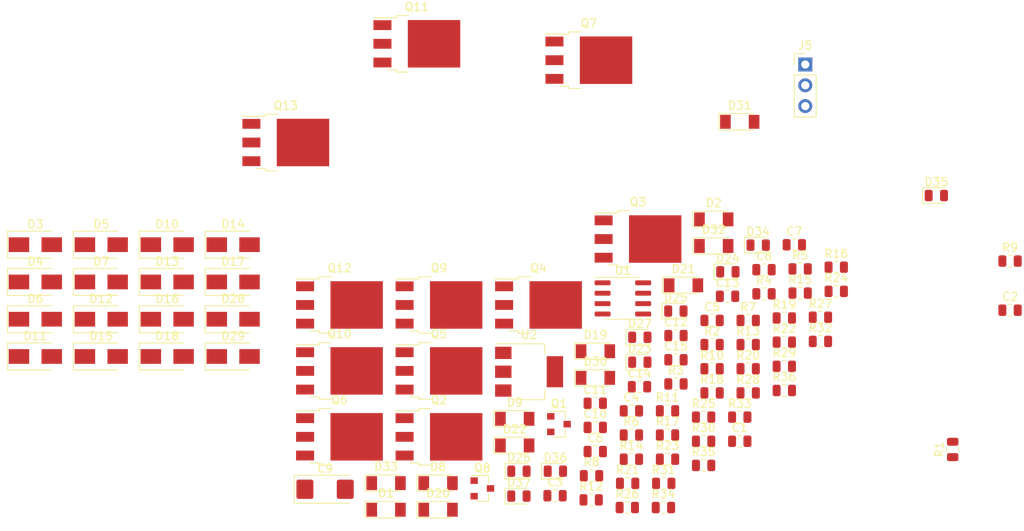
<source format=kicad_pcb>
(kicad_pcb (version 20171130) (host pcbnew "(5.1.4-0-10_14)")
  (title_block (title PowerUnit) (date 2019-12-03) (rev A) (comment 2 "Apache License 2.0") (comment 3 https://github.com/JacobNeergaard/powerunit/) (comment 4 "Power distribution unit for race cars"))
  (layers (0 F.Cu signal) (31 B.Cu signal) (34 B.Paste user) (35 F.Paste user) (36 B.SilkS user) (37 F.SilkS user) (38 B.Mask user) (39 F.Mask user) (44 Edge.Cuts user))
  (net 0 "")
  (net 1 GND)
  (net 2 "Net-(C1-Pad1)")
  (net 3 /MCU_IN_LEFT)
  (net 4 /MCU_IN_RIGHT)
  (net 5 +5V)
  (net 6 "Net-(C5-Pad1)")
  (net 7 "Net-(C6-Pad1)")
  (net 8 "Net-(C7-Pad1)")
  (net 9 "Net-(C8-Pad1)")
  (net 10 /PWD_LIGHT)
  (net 11 "Net-(C10-Pad1)")
  (net 12 "Net-(C11-Pad1)")
  (net 13 "Net-(C12-Pad1)")
  (net 14 "Net-(C13-Pad1)")
  (net 15 "Net-(D8-Pad2)")
  (net 16 /PWD_MISC)
  (net 17 "Net-(D19-Pad1)")
  (net 18 /PWD_AUX)
  (net 19 "Net-(D20-Pad1)")
  (net 20 /PWD_FAN)
  (net 21 "Net-(D21-Pad1)")
  (net 22 "Net-(D22-Pad1)")
  (net 23 "Net-(D23-Pad1)")
  (net 24 +12V)
  (net 25 "Net-(D30-Pad1)")
  (net 26 /PWD_INJECT)
  (net 27 "Net-(D31-Pad1)")
  (net 28 /PWD_IGN)
  (net 29 "Net-(D32-Pad1)")
  (net 30 /PWD_FUEL)
  (net 31 "Net-(D33-Pad1)")
  (net 32 "Net-(Q1-Pad3)")
  (net 33 "Net-(Q1-Pad1)")
  (net 34 /OUT_LEFT)
  (net 35 /OUT_INJECT)
  (net 36 /OUT_AUX)
  (net 37 /OUT_RAIN)
  (net 38 /OUT_BRAKE_A)
  (net 39 /OUT_FAN)
  (net 40 "Net-(Q8-Pad3)")
  (net 41 "Net-(Q8-Pad1)")
  (net 42 /OUT_RIGHT)
  (net 43 /OUT_IGN)
  (net 44 /OUT_FUEL)
  (net 45 /OUT_LIGHT)
  (net 46 /OUT_BRAKE_B)
  (net 47 /IN_LEFT)
  (net 48 /IN_RIGHT)
  (net 49 /MCU_OUT_LEFT)
  (net 50 /SWIM)
  (net 51 /MCU_OUT_RIGHT)
  (net 52 /PWD_ECU)
  (module erp:D_SMA (layer F.Cu) (at 143.15 109.65)
    (fp_text reference D29 (at 0 -2.5) (layer F.SilkS))
    (fp_text value SMA6F15AY)
    (pad 2 smd rect (at 2 0) (size 2.5 1.8) (layers F.Cu F.Paste F.Mask) (net 1 GND))
    (pad 1 smd rect (at -2 0) (size 2.5 1.8) (layers F.Cu F.Paste F.Mask) (net 52 /PWD_ECU))
  )
  (module erp:D_SMA (layer F.Cu) (at 143.15 105.1)
    (fp_text reference D28 (at 0 -2.5) (layer F.SilkS))
    (fp_text value SMA6F15AY)
    (pad 2 smd rect (at 2 0) (size 2.5 1.8) (layers F.Cu F.Paste F.Mask) (net 1 GND))
    (pad 1 smd rect (at -2 0) (size 2.5 1.8) (layers F.Cu F.Paste F.Mask) (net 24 +12V))
  )
  (module erp:D_SMA (layer F.Cu) (at 135.1 109.65)
    (fp_text reference D18 (at 0 -2.5) (layer F.SilkS))
    (fp_text value SMA6F15AY)
    (pad 2 smd rect (at 2 0) (size 2.5 1.8) (layers F.Cu F.Paste F.Mask) (net 1 GND))
    (pad 1 smd rect (at -2 0) (size 2.5 1.8) (layers F.Cu F.Paste F.Mask) (net 20 /PWD_FAN))
  )
  (module erp:D_SMA (layer F.Cu) (at 143.15 100.55)
    (fp_text reference D17 (at 0 -2.5) (layer F.SilkS))
    (fp_text value SMA6F15AY)
    (pad 2 smd rect (at 2 0) (size 2.5 1.8) (layers F.Cu F.Paste F.Mask) (net 1 GND))
    (pad 1 smd rect (at -2 0) (size 2.5 1.8) (layers F.Cu F.Paste F.Mask) (net 18 /PWD_AUX))
  )
  (module erp:D_SMA (layer F.Cu) (at 135.1 105.1)
    (fp_text reference D16 (at 0 -2.5) (layer F.SilkS))
    (fp_text value SMA6F15AY)
    (pad 2 smd rect (at 2 0) (size 2.5 1.8) (layers F.Cu F.Paste F.Mask) (net 1 GND))
    (pad 1 smd rect (at -2 0) (size 2.5 1.8) (layers F.Cu F.Paste F.Mask) (net 16 /PWD_MISC))
  )
  (module erp:D_SMA (layer F.Cu) (at 127.05 109.65)
    (fp_text reference D15 (at 0 -2.5) (layer F.SilkS))
    (fp_text value SMA6F15AY)
    (pad 2 smd rect (at 2 0) (size 2.5 1.8) (layers F.Cu F.Paste F.Mask) (net 1 GND))
    (pad 1 smd rect (at -2 0) (size 2.5 1.8) (layers F.Cu F.Paste F.Mask) (net 46 /OUT_BRAKE_B))
  )
  (module erp:D_SMA (layer F.Cu) (at 143.15 96)
    (fp_text reference D14 (at 0 -2.5) (layer F.SilkS))
    (fp_text value SMA6F15AY)
    (pad 2 smd rect (at 2 0) (size 2.5 1.8) (layers F.Cu F.Paste F.Mask) (net 1 GND))
    (pad 1 smd rect (at -2 0) (size 2.5 1.8) (layers F.Cu F.Paste F.Mask) (net 45 /OUT_LIGHT))
  )
  (module erp:D_SMA (layer F.Cu) (at 135.1 100.55)
    (fp_text reference D13 (at 0 -2.5) (layer F.SilkS))
    (fp_text value SMA6F15AY)
    (pad 2 smd rect (at 2 0) (size 2.5 1.8) (layers F.Cu F.Paste F.Mask) (net 1 GND))
    (pad 1 smd rect (at -2 0) (size 2.5 1.8) (layers F.Cu F.Paste F.Mask) (net 44 /OUT_FUEL))
  )
  (module erp:D_SMA (layer F.Cu) (at 127.05 105.1)
    (fp_text reference D12 (at 0 -2.5) (layer F.SilkS))
    (fp_text value SMA6F15AY)
    (pad 2 smd rect (at 2 0) (size 2.5 1.8) (layers F.Cu F.Paste F.Mask) (net 1 GND))
    (pad 1 smd rect (at -2 0) (size 2.5 1.8) (layers F.Cu F.Paste F.Mask) (net 43 /OUT_IGN))
  )
  (module erp:D_SMA (layer F.Cu) (at 119 109.65)
    (fp_text reference D11 (at 0 -2.5) (layer F.SilkS))
    (fp_text value SMA6F15AY)
    (pad 2 smd rect (at 2 0) (size 2.5 1.8) (layers F.Cu F.Paste F.Mask) (net 1 GND))
    (pad 1 smd rect (at -2 0) (size 2.5 1.8) (layers F.Cu F.Paste F.Mask) (net 42 /OUT_RIGHT))
  )
  (module erp:D_SMA (layer F.Cu) (at 135.1 96)
    (fp_text reference D10 (at 0 -2.5) (layer F.SilkS))
    (fp_text value SMA6F15AY)
    (pad 2 smd rect (at 2 0) (size 2.5 1.8) (layers F.Cu F.Paste F.Mask) (net 1 GND))
    (pad 1 smd rect (at -2 0) (size 2.5 1.8) (layers F.Cu F.Paste F.Mask) (net 39 /OUT_FAN))
  )
  (module erp:D_SMA (layer F.Cu) (at 127.05 100.55)
    (fp_text reference D7 (at 0 -2.5) (layer F.SilkS))
    (fp_text value SMA6F15AY)
    (pad 2 smd rect (at 2 0) (size 2.5 1.8) (layers F.Cu F.Paste F.Mask) (net 1 GND))
    (pad 1 smd rect (at -2 0) (size 2.5 1.8) (layers F.Cu F.Paste F.Mask) (net 38 /OUT_BRAKE_A))
  )
  (module erp:D_SMA (layer F.Cu) (at 119 105.1)
    (fp_text reference D6 (at 0 -2.5) (layer F.SilkS))
    (fp_text value SMA6F15AY)
    (pad 2 smd rect (at 2 0) (size 2.5 1.8) (layers F.Cu F.Paste F.Mask) (net 1 GND))
    (pad 1 smd rect (at -2 0) (size 2.5 1.8) (layers F.Cu F.Paste F.Mask) (net 37 /OUT_RAIN))
  )
  (module erp:D_SMA (layer F.Cu) (at 127.05 96)
    (fp_text reference D5 (at 0 -2.5) (layer F.SilkS))
    (fp_text value SMA6F15AY)
    (pad 2 smd rect (at 2 0) (size 2.5 1.8) (layers F.Cu F.Paste F.Mask) (net 1 GND))
    (pad 1 smd rect (at -2 0) (size 2.5 1.8) (layers F.Cu F.Paste F.Mask) (net 36 /OUT_AUX))
  )
  (module erp:D_SMA (layer F.Cu) (at 119 100.55)
    (fp_text reference D4 (at 0 -2.5) (layer F.SilkS))
    (fp_text value SMA6F15AY)
    (pad 2 smd rect (at 2 0) (size 2.5 1.8) (layers F.Cu F.Paste F.Mask) (net 1 GND))
    (pad 1 smd rect (at -2 0) (size 2.5 1.8) (layers F.Cu F.Paste F.Mask) (net 35 /OUT_INJECT))
  )
  (module erp:D_SMA (layer F.Cu) (at 119 96)
    (fp_text reference D3 (at 0 -2.5) (layer F.SilkS))
    (fp_text value SMA6F15AY)
    (pad 2 smd rect (at 2 0) (size 2.5 1.8) (layers F.Cu F.Paste F.Mask) (net 1 GND))
    (pad 1 smd rect (at -2 0) (size 2.5 1.8) (layers F.Cu F.Paste F.Mask) (net 34 /OUT_LEFT))
  )
  (module erp:PinHeader_1x03_P2.54mm_Vertical (layer F.Cu) (at 213 74)
    (fp_text reference J5 (at 0 -2.33) (layer F.SilkS))
    (fp_text value CON-3)
    (pad 3 thru_hole oval (at 0 5.08) (size 1.7 1.7) (drill 1) (layers *.Cu *.Mask) (net 5 +5V))
    (pad 2 thru_hole oval (at 0 2.54) (size 1.7 1.7) (drill 1) (layers *.Cu *.Mask) (net 50 /SWIM))
    (pad 1 thru_hole rect (at 0 0) (size 1.7 1.7) (drill 1) (layers *.Cu *.Mask) (net 1 GND))
  )
  (module erp:SOT-223-3_TabPin2 (layer F.Cu) (at 179.28 111.51)
    (fp_text reference U2 (at 0 -4.5) (layer F.SilkS))
    (fp_text value L5150BN)
    (pad 1 smd rect (at -3.15 -2.3) (size 2 1.5) (layers F.Cu F.Paste F.Mask) (net 10 /PWD_LIGHT))
    (pad 3 smd rect (at -3.15 2.3) (size 2 1.5) (layers F.Cu F.Paste F.Mask) (net 5 +5V))
    (pad 2 smd rect (at -3.15 0) (size 2 1.5) (layers F.Cu F.Paste F.Mask) (net 1 GND))
    (pad 2 smd rect (at 3.15 0) (size 2 3.8) (layers F.Cu F.Paste F.Mask) (net 1 GND))
  )
  (module erp:SOIC-8_3.9x4.9mm_P1.27mm (layer F.Cu) (at 190.73 102.56)
    (fp_text reference U1 (at 0 -3.4) (layer F.SilkS))
    (fp_text value STM8S001J3M3)
    (pad 8 smd roundrect (at 2.475 -1.905) (size 1.95 0.6) (layers F.Cu F.Paste F.Mask) (net 50 /SWIM))
    (pad 7 smd roundrect (at 2.475 -0.635) (size 1.95 0.6) (layers F.Cu F.Paste F.Mask) (net 51 /MCU_OUT_RIGHT))
    (pad 6 smd roundrect (at 2.475 0.635) (size 1.95 0.6) (layers F.Cu F.Paste F.Mask) (net 4 /MCU_IN_RIGHT))
    (pad 5 smd roundrect (at 2.475 1.905) (size 1.95 0.6) (layers F.Cu F.Paste F.Mask) (net 3 /MCU_IN_LEFT))
    (pad 4 smd roundrect (at -2.475 1.905) (size 1.95 0.6) (layers F.Cu F.Paste F.Mask) (net 5 +5V))
    (pad 3 smd roundrect (at -2.475 0.635) (size 1.95 0.6) (layers F.Cu F.Paste F.Mask) (net 2 "Net-(C1-Pad1)"))
    (pad 2 smd roundrect (at -2.475 -0.635) (size 1.95 0.6) (layers F.Cu F.Paste F.Mask) (net 1 GND))
    (pad 1 smd roundrect (at -2.475 -1.905) (size 1.95 0.6) (layers F.Cu F.Paste F.Mask) (net 49 /MCU_OUT_LEFT))
  )
  (module erp:R_0805_2012Metric (layer F.Cu) (at 210.44 113.8)
    (fp_text reference R36 (at 0 -1.65) (layer F.SilkS))
    (fp_text value 2.2k)
    (pad 2 smd roundrect (at 0.9375 0) (size 0.975 1.4) (layers F.Cu F.Paste F.Mask) (net 1 GND))
    (pad 1 smd roundrect (at -0.9375 0) (size 0.975 1.4) (layers F.Cu F.Paste F.Mask) (net 31 "Net-(D33-Pad1)"))
  )
  (module erp:R_0805_2012Metric (layer F.Cu) (at 200.59 122.95)
    (fp_text reference R35 (at 0 -1.65) (layer F.SilkS))
    (fp_text value 2.2k)
    (pad 2 smd roundrect (at 0.9375 0) (size 0.975 1.4) (layers F.Cu F.Paste F.Mask) (net 1 GND))
    (pad 1 smd roundrect (at -0.9375 0) (size 0.975 1.4) (layers F.Cu F.Paste F.Mask) (net 29 "Net-(D32-Pad1)"))
  )
  (module erp:R_0805_2012Metric (layer F.Cu) (at 195.68 128.09)
    (fp_text reference R34 (at 0 -1.65) (layer F.SilkS))
    (fp_text value 2.2k)
    (pad 2 smd roundrect (at 0.9375 0) (size 0.975 1.4) (layers F.Cu F.Paste F.Mask) (net 1 GND))
    (pad 1 smd roundrect (at -0.9375 0) (size 0.975 1.4) (layers F.Cu F.Paste F.Mask) (net 27 "Net-(D31-Pad1)"))
  )
  (module erp:R_0805_2012Metric (layer F.Cu) (at 205 117.05)
    (fp_text reference R33 (at 0 -1.65) (layer F.SilkS))
    (fp_text value 2.2k)
    (pad 2 smd roundrect (at 0.9375 0) (size 0.975 1.4) (layers F.Cu F.Paste F.Mask) (net 1 GND))
    (pad 1 smd roundrect (at -0.9375 0) (size 0.975 1.4) (layers F.Cu F.Paste F.Mask) (net 25 "Net-(D30-Pad1)"))
  )
  (module erp:R_0805_2012Metric (layer F.Cu) (at 214.85 107.81)
    (fp_text reference R32 (at 0 -1.65) (layer F.SilkS))
    (fp_text value 2.2k)
    (pad 2 smd roundrect (at 0.9375 0) (size 0.975 1.4) (layers F.Cu F.Paste F.Mask) (net 1 GND))
    (pad 1 smd roundrect (at -0.9375 0) (size 0.975 1.4) (layers F.Cu F.Paste F.Mask) (net 22 "Net-(D22-Pad1)"))
  )
  (module erp:R_0805_2012Metric (layer F.Cu) (at 195.72 125.14)
    (fp_text reference R31 (at 0 -1.65) (layer F.SilkS))
    (fp_text value 2.2k)
    (pad 2 smd roundrect (at 0.9375 0) (size 0.975 1.4) (layers F.Cu F.Paste F.Mask) (net 1 GND))
    (pad 1 smd roundrect (at -0.9375 0) (size 0.975 1.4) (layers F.Cu F.Paste F.Mask) (net 21 "Net-(D21-Pad1)"))
  )
  (module erp:R_0805_2012Metric (layer F.Cu) (at 200.59 120)
    (fp_text reference R30 (at 0 -1.65) (layer F.SilkS))
    (fp_text value 2.2k)
    (pad 2 smd roundrect (at 0.9375 0) (size 0.975 1.4) (layers F.Cu F.Paste F.Mask) (net 1 GND))
    (pad 1 smd roundrect (at -0.9375 0) (size 0.975 1.4) (layers F.Cu F.Paste F.Mask) (net 19 "Net-(D20-Pad1)"))
  )
  (module erp:R_0805_2012Metric (layer F.Cu) (at 210.44 110.85)
    (fp_text reference R29 (at 0 -1.65) (layer F.SilkS))
    (fp_text value 2.2k)
    (pad 2 smd roundrect (at 0.9375 0) (size 0.975 1.4) (layers F.Cu F.Paste F.Mask) (net 1 GND))
    (pad 1 smd roundrect (at -0.9375 0) (size 0.975 1.4) (layers F.Cu F.Paste F.Mask) (net 17 "Net-(D19-Pad1)"))
  )
  (module erp:R_0805_2012Metric (layer F.Cu) (at 206.03 114.1)
    (fp_text reference R28 (at 0 -1.65) (layer F.SilkS))
    (fp_text value 560)
    (pad 2 smd roundrect (at 0.9375 0) (size 0.975 1.4) (layers F.Cu F.Paste F.Mask) (net 1 GND))
    (pad 1 smd roundrect (at -0.9375 0) (size 0.975 1.4) (layers F.Cu F.Paste F.Mask) (net 23 "Net-(D23-Pad1)"))
  )
  (module erp:R_0805_2012Metric (layer F.Cu) (at 214.85 104.86)
    (fp_text reference R27 (at 0 -1.65) (layer F.SilkS))
    (fp_text value 2.2k)
    (pad 2 smd roundrect (at 0.9375 0) (size 0.975 1.4) (layers F.Cu F.Paste F.Mask) (net 14 "Net-(C13-Pad1)"))
    (pad 1 smd roundrect (at -0.9375 0) (size 0.975 1.4) (layers F.Cu F.Paste F.Mask) (net 16 /PWD_MISC))
  )
  (module erp:R_0805_2012Metric (layer F.Cu) (at 191.27 128.09)
    (fp_text reference R26 (at 0 -1.65) (layer F.SilkS))
    (fp_text value 2.2k)
    (pad 2 smd roundrect (at 0.9375 0) (size 0.975 1.4) (layers F.Cu F.Paste F.Mask) (net 13 "Net-(C12-Pad1)"))
    (pad 1 smd roundrect (at -0.9375 0) (size 0.975 1.4) (layers F.Cu F.Paste F.Mask) (net 10 /PWD_LIGHT))
  )
  (module erp:R_0805_2012Metric (layer F.Cu) (at 200.59 117.05)
    (fp_text reference R25 (at 0 -1.65) (layer F.SilkS))
    (fp_text value 2.2k)
    (pad 2 smd roundrect (at 0.9375 0) (size 0.975 1.4) (layers F.Cu F.Paste F.Mask) (net 12 "Net-(C11-Pad1)"))
    (pad 1 smd roundrect (at -0.9375 0) (size 0.975 1.4) (layers F.Cu F.Paste F.Mask) (net 30 /PWD_FUEL))
  )
  (module erp:R_0805_2012Metric (layer F.Cu) (at 216.78 101.7)
    (fp_text reference R24 (at 0 -1.65) (layer F.SilkS))
    (fp_text value 2.2k)
    (pad 2 smd roundrect (at 0.9375 0) (size 0.975 1.4) (layers F.Cu F.Paste F.Mask) (net 11 "Net-(C10-Pad1)"))
    (pad 1 smd roundrect (at -0.9375 0) (size 0.975 1.4) (layers F.Cu F.Paste F.Mask) (net 28 /PWD_IGN))
  )
  (module erp:R_0805_2012Metric (layer F.Cu) (at 196.18 122.19)
    (fp_text reference R23 (at 0 -1.65) (layer F.SilkS))
    (fp_text value 820)
    (pad 2 smd roundrect (at 0.9375 0) (size 0.975 1.4) (layers F.Cu F.Paste F.Mask))
    (pad 1 smd roundrect (at -0.9375 0) (size 0.975 1.4) (layers F.Cu F.Paste F.Mask) (net 13 "Net-(C12-Pad1)"))
  )
  (module erp:R_0805_2012Metric (layer F.Cu) (at 210.44 107.9)
    (fp_text reference R22 (at 0 -1.65) (layer F.SilkS))
    (fp_text value 820)
    (pad 2 smd roundrect (at 0.9375 0) (size 0.975 1.4) (layers F.Cu F.Paste F.Mask))
    (pad 1 smd roundrect (at -0.9375 0) (size 0.975 1.4) (layers F.Cu F.Paste F.Mask) (net 12 "Net-(C11-Pad1)"))
  )
  (module erp:R_0805_2012Metric (layer F.Cu) (at 191.31 125.14)
    (fp_text reference R21 (at 0 -1.65) (layer F.SilkS))
    (fp_text value 820)
    (pad 2 smd roundrect (at 0.9375 0) (size 0.975 1.4) (layers F.Cu F.Paste F.Mask))
    (pad 1 smd roundrect (at -0.9375 0) (size 0.975 1.4) (layers F.Cu F.Paste F.Mask) (net 11 "Net-(C10-Pad1)"))
  )
  (module erp:R_0805_2012Metric (layer F.Cu) (at 206.03 111.15)
    (fp_text reference R20 (at 0 -1.65) (layer F.SilkS))
    (fp_text value 2.2k)
    (pad 2 smd roundrect (at 0.9375 0) (size 0.975 1.4) (layers F.Cu F.Paste F.Mask) (net 40 "Net-(Q8-Pad3)"))
    (pad 1 smd roundrect (at -0.9375 0) (size 0.975 1.4) (layers F.Cu F.Paste F.Mask) (net 10 /PWD_LIGHT))
  )
  (module erp:R_0805_2012Metric (layer F.Cu) (at 210.44 104.95)
    (fp_text reference R19 (at 0 -1.65) (layer F.SilkS))
    (fp_text value 2.2k)
    (pad 2 smd roundrect (at 0.9375 0) (size 0.975 1.4) (layers F.Cu F.Paste F.Mask) (net 9 "Net-(C8-Pad1)"))
    (pad 1 smd roundrect (at -0.9375 0) (size 0.975 1.4) (layers F.Cu F.Paste F.Mask) (net 20 /PWD_FAN))
  )
  (module erp:R_0805_2012Metric (layer F.Cu) (at 201.62 114.1)
    (fp_text reference R18 (at 0 -1.65) (layer F.SilkS))
    (fp_text value 820)
    (pad 2 smd roundrect (at 0.9375 0) (size 0.975 1.4) (layers F.Cu F.Paste F.Mask) (net 51 /MCU_OUT_RIGHT))
    (pad 1 smd roundrect (at -0.9375 0) (size 0.975 1.4) (layers F.Cu F.Paste F.Mask) (net 41 "Net-(Q8-Pad1)"))
  )
  (module erp:R_0805_2012Metric (layer F.Cu) (at 196.18 119.24)
    (fp_text reference R17 (at 0 -1.65) (layer F.SilkS))
    (fp_text value 820)
    (pad 2 smd roundrect (at 0.9375 0) (size 0.975 1.4) (layers F.Cu F.Paste F.Mask) (net 15 "Net-(D8-Pad2)"))
    (pad 1 smd roundrect (at -0.9375 0) (size 0.975 1.4) (layers F.Cu F.Paste F.Mask) (net 9 "Net-(C8-Pad1)"))
  )
  (module erp:R_0805_2012Metric (layer F.Cu) (at 216.78 98.75)
    (fp_text reference R16 (at 0 -1.65) (layer F.SilkS))
    (fp_text value 2.2k)
    (pad 2 smd roundrect (at 0.9375 0) (size 0.975 1.4) (layers F.Cu F.Paste F.Mask) (net 8 "Net-(C7-Pad1)"))
    (pad 1 smd roundrect (at -0.9375 0) (size 0.975 1.4) (layers F.Cu F.Paste F.Mask) (net 16 /PWD_MISC))
  )
  (module erp:R_0805_2012Metric (layer F.Cu) (at 212.37 101.91)
    (fp_text reference R15 (at 0 -1.65) (layer F.SilkS))
    (fp_text value 2.2k)
    (pad 2 smd roundrect (at 0.9375 0) (size 0.975 1.4) (layers F.Cu F.Paste F.Mask) (net 7 "Net-(C6-Pad1)"))
    (pad 1 smd roundrect (at -0.9375 0) (size 0.975 1.4) (layers F.Cu F.Paste F.Mask) (net 18 /PWD_AUX))
  )
  (module erp:R_0805_2012Metric (layer F.Cu) (at 191.77 122.19)
    (fp_text reference R14 (at 0 -1.65) (layer F.SilkS))
    (fp_text value 2.2k)
    (pad 2 smd roundrect (at 0.9375 0) (size 0.975 1.4) (layers F.Cu F.Paste F.Mask) (net 6 "Net-(C5-Pad1)"))
    (pad 1 smd roundrect (at -0.9375 0) (size 0.975 1.4) (layers F.Cu F.Paste F.Mask) (net 26 /PWD_INJECT))
  )
  (module erp:R_0805_2012Metric (layer F.Cu) (at 206.03 108.2)
    (fp_text reference R13 (at 0 -1.65) (layer F.SilkS))
    (fp_text value 1k)
    (pad 2 smd roundrect (at 0.9375 0) (size 0.975 1.4) (layers F.Cu F.Paste F.Mask) (net 51 /MCU_OUT_RIGHT))
    (pad 1 smd roundrect (at -0.9375 0) (size 0.975 1.4) (layers F.Cu F.Paste F.Mask) (net 1 GND))
  )
  (module erp:R_0805_2012Metric (layer F.Cu) (at 186.86 127.16)
    (fp_text reference R12 (at 0 -1.65) (layer F.SilkS))
    (fp_text value 820)
    (pad 2 smd roundrect (at 0.9375 0) (size 0.975 1.4) (layers F.Cu F.Paste F.Mask))
    (pad 1 smd roundrect (at -0.9375 0) (size 0.975 1.4) (layers F.Cu F.Paste F.Mask) (net 14 "Net-(C13-Pad1)"))
  )
  (module erp:R_0805_2012Metric (layer F.Cu) (at 196.18 116.29)
    (fp_text reference R11 (at 0 -1.65) (layer F.SilkS))
    (fp_text value 820)
    (pad 2 smd roundrect (at 0.9375 0) (size 0.975 1.4) (layers F.Cu F.Paste F.Mask))
    (pad 1 smd roundrect (at -0.9375 0) (size 0.975 1.4) (layers F.Cu F.Paste F.Mask) (net 8 "Net-(C7-Pad1)"))
  )
  (module erp:R_0805_2012Metric (layer F.Cu) (at 201.62 111.15)
    (fp_text reference R10 (at 0 -1.65) (layer F.SilkS))
    (fp_text value 820)
    (pad 2 smd roundrect (at 0.9375 0) (size 0.975 1.4) (layers F.Cu F.Paste F.Mask))
    (pad 1 smd roundrect (at -0.9375 0) (size 0.975 1.4) (layers F.Cu F.Paste F.Mask) (net 7 "Net-(C6-Pad1)"))
  )
  (module erp:R_0805_2012Metric (layer F.Cu) (at 238 98)
    (fp_text reference R9 (at 0 -1.65) (layer F.SilkS))
    (fp_text value 820)
    (pad 2 smd roundrect (at 0.9375 0) (size 0.975 1.4) (layers F.Cu F.Paste F.Mask))
    (pad 1 smd roundrect (at -0.9375 0) (size 0.975 1.4) (layers F.Cu F.Paste F.Mask) (net 6 "Net-(C5-Pad1)"))
  )
  (module erp:R_0805_2012Metric (layer F.Cu) (at 186.9 124.21)
    (fp_text reference R8 (at 0 -1.65) (layer F.SilkS))
    (fp_text value 2.2k)
    (pad 2 smd roundrect (at 0.9375 0) (size 0.975 1.4) (layers F.Cu F.Paste F.Mask) (net 32 "Net-(Q1-Pad3)"))
    (pad 1 smd roundrect (at -0.9375 0) (size 0.975 1.4) (layers F.Cu F.Paste F.Mask) (net 10 /PWD_LIGHT))
  )
  (module erp:R_0805_2012Metric (layer F.Cu) (at 206.03 105.25)
    (fp_text reference R7 (at 0 -1.65) (layer F.SilkS))
    (fp_text value 820)
    (pad 2 smd roundrect (at 0.9375 0) (size 0.975 1.4) (layers F.Cu F.Paste F.Mask) (net 49 /MCU_OUT_LEFT))
    (pad 1 smd roundrect (at -0.9375 0) (size 0.975 1.4) (layers F.Cu F.Paste F.Mask) (net 33 "Net-(Q1-Pad1)"))
  )
  (module erp:R_0805_2012Metric (layer F.Cu) (at 191.77 119.24)
    (fp_text reference R6 (at 0 -1.65) (layer F.SilkS))
    (fp_text value 1k)
    (pad 2 smd roundrect (at 0.9375 0) (size 0.975 1.4) (layers F.Cu F.Paste F.Mask) (net 1 GND))
    (pad 1 smd roundrect (at -0.9375 0) (size 0.975 1.4) (layers F.Cu F.Paste F.Mask) (net 50 /SWIM))
  )
  (module erp:R_0805_2012Metric (layer F.Cu) (at 212.37 98.96)
    (fp_text reference R5 (at 0 -1.65) (layer F.SilkS))
    (fp_text value 1k)
    (pad 2 smd roundrect (at 0.9375 0) (size 0.975 1.4) (layers F.Cu F.Paste F.Mask) (net 49 /MCU_OUT_LEFT))
    (pad 1 smd roundrect (at -0.9375 0) (size 0.975 1.4) (layers F.Cu F.Paste F.Mask) (net 1 GND))
  )
  (module erp:R_0805_2012Metric (layer F.Cu) (at 207.96 102)
    (fp_text reference R4 (at 0 -1.65) (layer F.SilkS))
    (fp_text value 2.2k)
    (pad 2 smd roundrect (at 0.9375 0) (size 0.975 1.4) (layers F.Cu F.Paste F.Mask) (net 48 /IN_RIGHT))
    (pad 1 smd roundrect (at -0.9375 0) (size 0.975 1.4) (layers F.Cu F.Paste F.Mask) (net 4 /MCU_IN_RIGHT))
  )
  (module erp:R_0805_2012Metric (layer F.Cu) (at 197.21 113)
    (fp_text reference R3 (at 0 -1.65) (layer F.SilkS))
    (fp_text value 2.2k)
    (pad 2 smd roundrect (at 0.9375 0) (size 0.975 1.4) (layers F.Cu F.Paste F.Mask) (net 48 /IN_RIGHT))
    (pad 1 smd roundrect (at -0.9375 0) (size 0.975 1.4) (layers F.Cu F.Paste F.Mask) (net 10 /PWD_LIGHT))
  )
  (module erp:R_0805_2012Metric (layer F.Cu) (at 201.62 108.2)
    (fp_text reference R2 (at 0 -1.65) (layer F.SilkS))
    (fp_text value 2.2k)
    (pad 2 smd roundrect (at 0.9375 0) (size 0.975 1.4) (layers F.Cu F.Paste F.Mask) (net 47 /IN_LEFT))
    (pad 1 smd roundrect (at -0.9375 0) (size 0.975 1.4) (layers F.Cu F.Paste F.Mask) (net 3 /MCU_IN_LEFT))
  )
  (module erp:R_0805_2012Metric (layer F.Cu) (at 231 121 90)
    (fp_text reference R1 (at 0 -1.65 90) (layer F.SilkS))
    (fp_text value 2.2k)
    (pad 2 smd roundrect (at 0.9375 0 90) (size 0.975 1.4) (layers F.Cu F.Paste F.Mask) (net 47 /IN_LEFT))
    (pad 1 smd roundrect (at -0.9375 0 90) (size 0.975 1.4) (layers F.Cu F.Paste F.Mask) (net 10 /PWD_LIGHT))
  )
  (module erp:TO-252-3_TabPin2 (layer F.Cu) (at 149.575 83.525)
    (fp_text reference Q13 (at 0 -4.5) (layer F.SilkS))
    (fp_text value STD15P6F6AG)
    (pad 2 smd rect (at 2.1 0) (size 6.4 5.8) (layers F.Cu F.Mask) (net 46 /OUT_BRAKE_B))
    (pad 3 smd rect (at -4.2 2.28) (size 2.2 1.2) (layers F.Cu F.Paste F.Mask) (net 16 /PWD_MISC))
    (pad 2 smd rect (at -4.2 0) (size 2.2 1.2) (layers F.Cu F.Paste F.Mask) (net 46 /OUT_BRAKE_B))
    (pad 1 smd rect (at -4.2 -2.28) (size 2.2 1.2) (layers F.Cu F.Paste F.Mask) (net 14 "Net-(C13-Pad1)"))
  )
  (module erp:TO-252-3_TabPin2 (layer F.Cu) (at 156.13 103.36)
    (fp_text reference Q12 (at 0 -4.5) (layer F.SilkS))
    (fp_text value STD15P6F6AG)
    (pad 2 smd rect (at 2.1 0) (size 6.4 5.8) (layers F.Cu F.Mask) (net 45 /OUT_LIGHT))
    (pad 3 smd rect (at -4.2 2.28) (size 2.2 1.2) (layers F.Cu F.Paste F.Mask) (net 10 /PWD_LIGHT))
    (pad 2 smd rect (at -4.2 0) (size 2.2 1.2) (layers F.Cu F.Paste F.Mask) (net 45 /OUT_LIGHT))
    (pad 1 smd rect (at -4.2 -2.28) (size 2.2 1.2) (layers F.Cu F.Paste F.Mask) (net 13 "Net-(C12-Pad1)"))
  )
  (module erp:TO-252-3_TabPin2 (layer F.Cu) (at 165.575 71.475)
    (fp_text reference Q11 (at 0 -4.5) (layer F.SilkS))
    (fp_text value STD45P4LLF6AG)
    (pad 2 smd rect (at 2.1 0) (size 6.4 5.8) (layers F.Cu F.Mask) (net 44 /OUT_FUEL))
    (pad 3 smd rect (at -4.2 2.28) (size 2.2 1.2) (layers F.Cu F.Paste F.Mask) (net 30 /PWD_FUEL))
    (pad 2 smd rect (at -4.2 0) (size 2.2 1.2) (layers F.Cu F.Paste F.Mask) (net 44 /OUT_FUEL))
    (pad 1 smd rect (at -4.2 -2.28) (size 2.2 1.2) (layers F.Cu F.Paste F.Mask) (net 12 "Net-(C11-Pad1)"))
  )
  (module erp:TO-252-3_TabPin2 (layer F.Cu) (at 156.13 111.41)
    (fp_text reference Q10 (at 0 -4.5) (layer F.SilkS))
    (fp_text value STD45P4LLF6AG)
    (pad 2 smd rect (at 2.1 0) (size 6.4 5.8) (layers F.Cu F.Mask) (net 43 /OUT_IGN))
    (pad 3 smd rect (at -4.2 2.28) (size 2.2 1.2) (layers F.Cu F.Paste F.Mask) (net 28 /PWD_IGN))
    (pad 2 smd rect (at -4.2 0) (size 2.2 1.2) (layers F.Cu F.Paste F.Mask) (net 43 /OUT_IGN))
    (pad 1 smd rect (at -4.2 -2.28) (size 2.2 1.2) (layers F.Cu F.Paste F.Mask) (net 11 "Net-(C10-Pad1)"))
  )
  (module erp:TO-252-3_TabPin2 (layer F.Cu) (at 168.28 103.36)
    (fp_text reference Q9 (at 0 -4.5) (layer F.SilkS))
    (fp_text value STD15P6F6AG)
    (pad 2 smd rect (at 2.1 0) (size 6.4 5.8) (layers F.Cu F.Mask) (net 42 /OUT_RIGHT))
    (pad 3 smd rect (at -4.2 2.28) (size 2.2 1.2) (layers F.Cu F.Paste F.Mask) (net 10 /PWD_LIGHT))
    (pad 2 smd rect (at -4.2 0) (size 2.2 1.2) (layers F.Cu F.Paste F.Mask) (net 42 /OUT_RIGHT))
    (pad 1 smd rect (at -4.2 -2.28) (size 2.2 1.2) (layers F.Cu F.Paste F.Mask) (net 40 "Net-(Q8-Pad3)"))
  )
  (module erp:SOT-23 (layer F.Cu) (at 173.57 125.76)
    (fp_text reference Q8 (at 0 -2.5) (layer F.SilkS))
    (fp_text value BC847C)
    (pad 3 smd rect (at 1 0) (size 0.9 0.8) (layers F.Cu F.Paste F.Mask) (net 40 "Net-(Q8-Pad3)"))
    (pad 2 smd rect (at -1 0.95) (size 0.9 0.8) (layers F.Cu F.Paste F.Mask) (net 1 GND))
    (pad 1 smd rect (at -1 -0.95) (size 0.9 0.8) (layers F.Cu F.Paste F.Mask) (net 41 "Net-(Q8-Pad1)"))
  )
  (module erp:TO-252-3_TabPin2 (layer F.Cu) (at 186.575 73.475)
    (fp_text reference Q7 (at 0 -4.5) (layer F.SilkS))
    (fp_text value STD45P4LLF6AG)
    (pad 2 smd rect (at 2.1 0) (size 6.4 5.8) (layers F.Cu F.Mask) (net 39 /OUT_FAN))
    (pad 3 smd rect (at -4.2 2.28) (size 2.2 1.2) (layers F.Cu F.Paste F.Mask) (net 20 /PWD_FAN))
    (pad 2 smd rect (at -4.2 0) (size 2.2 1.2) (layers F.Cu F.Paste F.Mask) (net 39 /OUT_FAN))
    (pad 1 smd rect (at -4.2 -2.28) (size 2.2 1.2) (layers F.Cu F.Paste F.Mask) (net 9 "Net-(C8-Pad1)"))
  )
  (module erp:TO-252-3_TabPin2 (layer F.Cu) (at 156.13 119.46)
    (fp_text reference Q6 (at 0 -4.5) (layer F.SilkS))
    (fp_text value STD15P6F6AG)
    (pad 2 smd rect (at 2.1 0) (size 6.4 5.8) (layers F.Cu F.Mask) (net 38 /OUT_BRAKE_A))
    (pad 3 smd rect (at -4.2 2.28) (size 2.2 1.2) (layers F.Cu F.Paste F.Mask) (net 10 /PWD_LIGHT))
    (pad 2 smd rect (at -4.2 0) (size 2.2 1.2) (layers F.Cu F.Paste F.Mask) (net 38 /OUT_BRAKE_A))
    (pad 1 smd rect (at -4.2 -2.28) (size 2.2 1.2) (layers F.Cu F.Paste F.Mask) (net 14 "Net-(C13-Pad1)"))
  )
  (module erp:TO-252-3_TabPin2 (layer F.Cu) (at 168.28 111.41)
    (fp_text reference Q5 (at 0 -4.5) (layer F.SilkS))
    (fp_text value STD15P6F6AG)
    (pad 2 smd rect (at 2.1 0) (size 6.4 5.8) (layers F.Cu F.Mask) (net 37 /OUT_RAIN))
    (pad 3 smd rect (at -4.2 2.28) (size 2.2 1.2) (layers F.Cu F.Paste F.Mask) (net 16 /PWD_MISC))
    (pad 2 smd rect (at -4.2 0) (size 2.2 1.2) (layers F.Cu F.Paste F.Mask) (net 37 /OUT_RAIN))
    (pad 1 smd rect (at -4.2 -2.28) (size 2.2 1.2) (layers F.Cu F.Paste F.Mask) (net 8 "Net-(C7-Pad1)"))
  )
  (module erp:TO-252-3_TabPin2 (layer F.Cu) (at 180.43 103.36)
    (fp_text reference Q4 (at 0 -4.5) (layer F.SilkS))
    (fp_text value STD45P4LLF6AG)
    (pad 2 smd rect (at 2.1 0) (size 6.4 5.8) (layers F.Cu F.Mask) (net 36 /OUT_AUX))
    (pad 3 smd rect (at -4.2 2.28) (size 2.2 1.2) (layers F.Cu F.Paste F.Mask) (net 18 /PWD_AUX))
    (pad 2 smd rect (at -4.2 0) (size 2.2 1.2) (layers F.Cu F.Paste F.Mask) (net 36 /OUT_AUX))
    (pad 1 smd rect (at -4.2 -2.28) (size 2.2 1.2) (layers F.Cu F.Paste F.Mask) (net 7 "Net-(C6-Pad1)"))
  )
  (module erp:TO-252-3_TabPin2 (layer F.Cu) (at 192.58 95.31)
    (fp_text reference Q3 (at 0 -4.5) (layer F.SilkS))
    (fp_text value STD45P4LLF6AG)
    (pad 2 smd rect (at 2.1 0) (size 6.4 5.8) (layers F.Cu F.Mask) (net 35 /OUT_INJECT))
    (pad 3 smd rect (at -4.2 2.28) (size 2.2 1.2) (layers F.Cu F.Paste F.Mask) (net 26 /PWD_INJECT))
    (pad 2 smd rect (at -4.2 0) (size 2.2 1.2) (layers F.Cu F.Paste F.Mask) (net 35 /OUT_INJECT))
    (pad 1 smd rect (at -4.2 -2.28) (size 2.2 1.2) (layers F.Cu F.Paste F.Mask) (net 6 "Net-(C5-Pad1)"))
  )
  (module erp:TO-252-3_TabPin2 (layer F.Cu) (at 168.28 119.46)
    (fp_text reference Q2 (at 0 -4.5) (layer F.SilkS))
    (fp_text value STD15P6F6AG)
    (pad 2 smd rect (at 2.1 0) (size 6.4 5.8) (layers F.Cu F.Mask) (net 34 /OUT_LEFT))
    (pad 3 smd rect (at -4.2 2.28) (size 2.2 1.2) (layers F.Cu F.Paste F.Mask) (net 10 /PWD_LIGHT))
    (pad 2 smd rect (at -4.2 0) (size 2.2 1.2) (layers F.Cu F.Paste F.Mask) (net 34 /OUT_LEFT))
    (pad 1 smd rect (at -4.2 -2.28) (size 2.2 1.2) (layers F.Cu F.Paste F.Mask) (net 32 "Net-(Q1-Pad3)"))
  )
  (module erp:SOT-23 (layer F.Cu) (at 182.93 117.91)
    (fp_text reference Q1 (at 0 -2.5) (layer F.SilkS))
    (fp_text value BC847C)
    (pad 3 smd rect (at 1 0) (size 0.9 0.8) (layers F.Cu F.Paste F.Mask) (net 32 "Net-(Q1-Pad3)"))
    (pad 2 smd rect (at -1 0.95) (size 0.9 0.8) (layers F.Cu F.Paste F.Mask) (net 1 GND))
    (pad 1 smd rect (at -1 -0.95) (size 0.9 0.8) (layers F.Cu F.Paste F.Mask) (net 33 "Net-(Q1-Pad1)"))
  )
  (module erp:LED_0805_2012Metric (layer F.Cu) (at 178.04 126.695)
    (fp_text reference D37 (at 0 -1.65) (layer F.SilkS))
    (fp_text value RED)
    (pad 2 smd roundrect (at 0.9375 0) (size 0.975 1.4) (layers F.Cu F.Paste F.Mask) (net 24 +12V))
    (pad 1 smd roundrect (at -0.9375 0) (size 0.975 1.4) (layers F.Cu F.Paste F.Mask) (net 31 "Net-(D33-Pad1)"))
  )
  (module erp:LED_0805_2012Metric (layer F.Cu) (at 182.49 123.655)
    (fp_text reference D36 (at 0 -1.65) (layer F.SilkS))
    (fp_text value RED)
    (pad 2 smd roundrect (at 0.9375 0) (size 0.975 1.4) (layers F.Cu F.Paste F.Mask) (net 24 +12V))
    (pad 1 smd roundrect (at -0.9375 0) (size 0.975 1.4) (layers F.Cu F.Paste F.Mask) (net 29 "Net-(D32-Pad1)"))
  )
  (module erp:LED_0805_2012Metric (layer F.Cu) (at 229 90)
    (fp_text reference D35 (at 0 -1.65) (layer F.SilkS))
    (fp_text value RED)
    (pad 2 smd roundrect (at 0.9375 0) (size 0.975 1.4) (layers F.Cu F.Paste F.Mask) (net 24 +12V))
    (pad 1 smd roundrect (at -0.9375 0) (size 0.975 1.4) (layers F.Cu F.Paste F.Mask) (net 27 "Net-(D31-Pad1)"))
  )
  (module erp:LED_0805_2012Metric (layer F.Cu) (at 207.25 96.055)
    (fp_text reference D34 (at 0 -1.65) (layer F.SilkS))
    (fp_text value RED)
    (pad 2 smd roundrect (at 0.9375 0) (size 0.975 1.4) (layers F.Cu F.Paste F.Mask) (net 24 +12V))
    (pad 1 smd roundrect (at -0.9375 0) (size 0.975 1.4) (layers F.Cu F.Paste F.Mask) (net 25 "Net-(D30-Pad1)"))
  )
  (module erp:D_MiniMELF (layer F.Cu) (at 161.82 125.11)
    (fp_text reference D33 (at 0 -2) (layer F.SilkS))
    (fp_text value LL4148)
    (pad 2 smd rect (at 1.75 0) (size 1.3 1.7) (layers F.Cu F.Paste F.Mask) (net 30 /PWD_FUEL))
    (pad 1 smd rect (at -1.75 0) (size 1.3 1.7) (layers F.Cu F.Paste F.Mask) (net 31 "Net-(D33-Pad1)"))
  )
  (module erp:D_MiniMELF (layer F.Cu) (at 201.83 96.16)
    (fp_text reference D32 (at 0 -2) (layer F.SilkS))
    (fp_text value LL4148)
    (pad 2 smd rect (at 1.75 0) (size 1.3 1.7) (layers F.Cu F.Paste F.Mask) (net 28 /PWD_IGN))
    (pad 1 smd rect (at -1.75 0) (size 1.3 1.7) (layers F.Cu F.Paste F.Mask) (net 29 "Net-(D32-Pad1)"))
  )
  (module erp:D_MiniMELF (layer F.Cu) (at 205 81)
    (fp_text reference D31 (at 0 -2) (layer F.SilkS))
    (fp_text value LL4148)
    (pad 2 smd rect (at 1.75 0) (size 1.3 1.7) (layers F.Cu F.Paste F.Mask) (net 26 /PWD_INJECT))
    (pad 1 smd rect (at -1.75 0) (size 1.3 1.7) (layers F.Cu F.Paste F.Mask) (net 27 "Net-(D31-Pad1)"))
  )
  (module erp:D_MiniMELF (layer F.Cu) (at 187.38 112.26)
    (fp_text reference D30 (at 0 -2) (layer F.SilkS))
    (fp_text value LL4148)
    (pad 2 smd rect (at 1.75 0) (size 1.3 1.7) (layers F.Cu F.Paste F.Mask) (net 52 /PWD_ECU))
    (pad 1 smd rect (at -1.75 0) (size 1.3 1.7) (layers F.Cu F.Paste F.Mask) (net 25 "Net-(D30-Pad1)"))
  )
  (module erp:LED_0805_2012Metric (layer F.Cu) (at 192.8 107.305)
    (fp_text reference D27 (at 0 -1.65) (layer F.SilkS))
    (fp_text value RED)
    (pad 2 smd roundrect (at 0.9375 0) (size 0.975 1.4) (layers F.Cu F.Paste F.Mask) (net 24 +12V))
    (pad 1 smd roundrect (at -0.9375 0) (size 0.975 1.4) (layers F.Cu F.Paste F.Mask) (net 22 "Net-(D22-Pad1)"))
  )
  (module erp:LED_0805_2012Metric (layer F.Cu) (at 178.04 123.655)
    (fp_text reference D26 (at 0 -1.65) (layer F.SilkS))
    (fp_text value RED)
    (pad 2 smd roundrect (at 0.9375 0) (size 0.975 1.4) (layers F.Cu F.Paste F.Mask) (net 24 +12V))
    (pad 1 smd roundrect (at -0.9375 0) (size 0.975 1.4) (layers F.Cu F.Paste F.Mask) (net 21 "Net-(D21-Pad1)"))
  )
  (module erp:LED_0805_2012Metric (layer F.Cu) (at 197.2 104.105)
    (fp_text reference D25 (at 0 -1.65) (layer F.SilkS))
    (fp_text value RED)
    (pad 2 smd roundrect (at 0.9375 0) (size 0.975 1.4) (layers F.Cu F.Paste F.Mask) (net 24 +12V))
    (pad 1 smd roundrect (at -0.9375 0) (size 0.975 1.4) (layers F.Cu F.Paste F.Mask) (net 19 "Net-(D20-Pad1)"))
  )
  (module erp:LED_0805_2012Metric (layer F.Cu) (at 203.55 99.305)
    (fp_text reference D24 (at 0 -1.65) (layer F.SilkS))
    (fp_text value RED)
    (pad 2 smd roundrect (at 0.9375 0) (size 0.975 1.4) (layers F.Cu F.Paste F.Mask) (net 24 +12V))
    (pad 1 smd roundrect (at -0.9375 0) (size 0.975 1.4) (layers F.Cu F.Paste F.Mask) (net 17 "Net-(D19-Pad1)"))
  )
  (module erp:LED_0805_2012Metric (layer F.Cu) (at 192.8 110.345)
    (fp_text reference D23 (at 0 -1.65) (layer F.SilkS))
    (fp_text value GREEN)
    (pad 2 smd roundrect (at 0.9375 0) (size 0.975 1.4) (layers F.Cu F.Paste F.Mask) (net 5 +5V))
    (pad 1 smd roundrect (at -0.9375 0) (size 0.975 1.4) (layers F.Cu F.Paste F.Mask) (net 23 "Net-(D23-Pad1)"))
  )
  (module erp:D_MiniMELF (layer F.Cu) (at 177.53 120.51)
    (fp_text reference D22 (at 0 -2) (layer F.SilkS))
    (fp_text value LL4148)
    (pad 2 smd rect (at 1.75 0) (size 1.3 1.7) (layers F.Cu F.Paste F.Mask) (net 10 /PWD_LIGHT))
    (pad 1 smd rect (at -1.75 0) (size 1.3 1.7) (layers F.Cu F.Paste F.Mask) (net 22 "Net-(D22-Pad1)"))
  )
  (module erp:D_MiniMELF (layer F.Cu) (at 198.13 100.96)
    (fp_text reference D21 (at 0 -2) (layer F.SilkS))
    (fp_text value LL4148)
    (pad 2 smd rect (at 1.75 0) (size 1.3 1.7) (layers F.Cu F.Paste F.Mask) (net 20 /PWD_FAN))
    (pad 1 smd rect (at -1.75 0) (size 1.3 1.7) (layers F.Cu F.Paste F.Mask) (net 21 "Net-(D21-Pad1)"))
  )
  (module erp:D_MiniMELF (layer F.Cu) (at 168.17 128.36)
    (fp_text reference D20 (at 0 -2) (layer F.SilkS))
    (fp_text value LL4148)
    (pad 2 smd rect (at 1.75 0) (size 1.3 1.7) (layers F.Cu F.Paste F.Mask) (net 18 /PWD_AUX))
    (pad 1 smd rect (at -1.75 0) (size 1.3 1.7) (layers F.Cu F.Paste F.Mask) (net 19 "Net-(D20-Pad1)"))
  )
  (module erp:D_MiniMELF (layer F.Cu) (at 187.38 109.01)
    (fp_text reference D19 (at 0 -2) (layer F.SilkS))
    (fp_text value LL4148)
    (pad 2 smd rect (at 1.75 0) (size 1.3 1.7) (layers F.Cu F.Paste F.Mask) (net 16 /PWD_MISC))
    (pad 1 smd rect (at -1.75 0) (size 1.3 1.7) (layers F.Cu F.Paste F.Mask) (net 17 "Net-(D19-Pad1)"))
  )
  (module erp:D_MiniMELF (layer F.Cu) (at 177.53 117.26)
    (fp_text reference D9 (at 0 -2) (layer F.SilkS))
    (fp_text value LL4148)
    (pad 2 smd rect (at 1.75 0) (size 1.3 1.7) (layers F.Cu F.Paste F.Mask) (net 15 "Net-(D8-Pad2)"))
    (pad 1 smd rect (at -1.75 0) (size 1.3 1.7) (layers F.Cu F.Paste F.Mask))
  )
  (module erp:D_MiniMELF (layer F.Cu) (at 168.17 125.11)
    (fp_text reference D8 (at 0 -2) (layer F.SilkS))
    (fp_text value LL4148)
    (pad 2 smd rect (at 1.75 0) (size 1.3 1.7) (layers F.Cu F.Paste F.Mask) (net 15 "Net-(D8-Pad2)"))
    (pad 1 smd rect (at -1.75 0) (size 1.3 1.7) (layers F.Cu F.Paste F.Mask))
  )
  (module erp:D_MiniMELF (layer F.Cu) (at 201.83 92.91)
    (fp_text reference D2 (at 0 -2) (layer F.SilkS))
    (fp_text value 5.1V)
    (pad 2 smd rect (at 1.75 0) (size 1.3 1.7) (layers F.Cu F.Paste F.Mask) (net 1 GND))
    (pad 1 smd rect (at -1.75 0) (size 1.3 1.7) (layers F.Cu F.Paste F.Mask) (net 4 /MCU_IN_RIGHT))
  )
  (module erp:D_MiniMELF (layer F.Cu) (at 161.82 128.36)
    (fp_text reference D1 (at 0 -2) (layer F.SilkS))
    (fp_text value 5.1V)
    (pad 2 smd rect (at 1.75 0) (size 1.3 1.7) (layers F.Cu F.Paste F.Mask) (net 1 GND))
    (pad 1 smd rect (at -1.75 0) (size 1.3 1.7) (layers F.Cu F.Paste F.Mask) (net 3 /MCU_IN_LEFT))
  )
  (module erp:C_0805_2012Metric (layer F.Cu) (at 197.21 110.05)
    (fp_text reference C15 (at 0 -1.65) (layer F.SilkS))
    (fp_text value 220n)
    (pad 2 smd roundrect (at 0.9375 0) (size 0.975 1.4) (layers F.Cu F.Paste F.Mask) (net 1 GND))
    (pad 1 smd roundrect (at -0.9375 0) (size 0.975 1.4) (layers F.Cu F.Paste F.Mask) (net 5 +5V))
  )
  (module erp:C_0805_2012Metric (layer F.Cu) (at 192.76 113.34)
    (fp_text reference C14 (at 0 -1.65) (layer F.SilkS))
    (fp_text value 1u)
    (pad 2 smd roundrect (at 0.9375 0) (size 0.975 1.4) (layers F.Cu F.Paste F.Mask) (net 1 GND))
    (pad 1 smd roundrect (at -0.9375 0) (size 0.975 1.4) (layers F.Cu F.Paste F.Mask) (net 10 /PWD_LIGHT))
  )
  (module erp:C_0805_2012Metric (layer F.Cu) (at 203.51 102.3)
    (fp_text reference C13 (at 0 -1.65) (layer F.SilkS))
    (fp_text value 10n)
    (pad 2 smd roundrect (at 0.9375 0) (size 0.975 1.4) (layers F.Cu F.Paste F.Mask) (net 1 GND))
    (pad 1 smd roundrect (at -0.9375 0) (size 0.975 1.4) (layers F.Cu F.Paste F.Mask) (net 14 "Net-(C13-Pad1)"))
  )
  (module erp:C_0805_2012Metric (layer F.Cu) (at 197.21 107.1)
    (fp_text reference C12 (at 0 -1.65) (layer F.SilkS))
    (fp_text value 10n)
    (pad 2 smd roundrect (at 0.9375 0) (size 0.975 1.4) (layers F.Cu F.Paste F.Mask) (net 1 GND))
    (pad 1 smd roundrect (at -0.9375 0) (size 0.975 1.4) (layers F.Cu F.Paste F.Mask) (net 13 "Net-(C12-Pad1)"))
  )
  (module erp:C_0805_2012Metric (layer F.Cu) (at 187.36 115.36)
    (fp_text reference C11 (at 0 -1.65) (layer F.SilkS))
    (fp_text value 10n)
    (pad 2 smd roundrect (at 0.9375 0) (size 0.975 1.4) (layers F.Cu F.Paste F.Mask) (net 1 GND))
    (pad 1 smd roundrect (at -0.9375 0) (size 0.975 1.4) (layers F.Cu F.Paste F.Mask) (net 12 "Net-(C11-Pad1)"))
  )
  (module erp:C_0805_2012Metric (layer F.Cu) (at 187.36 118.31)
    (fp_text reference C10 (at 0 -1.65) (layer F.SilkS))
    (fp_text value 10n)
    (pad 2 smd roundrect (at 0.9375 0) (size 0.975 1.4) (layers F.Cu F.Paste F.Mask) (net 1 GND))
    (pad 1 smd roundrect (at -0.9375 0) (size 0.975 1.4) (layers F.Cu F.Paste F.Mask) (net 11 "Net-(C10-Pad1)"))
  )
  (module erp:CP_EIA-6032-15_Kemet-U (layer F.Cu) (at 154.375 125.86)
    (fp_text reference C9 (at 0 -2.55) (layer F.SilkS))
    (fp_text value 10u)
    (pad 2 smd roundrect (at 2.4625 0) (size 2.075 2.35) (layers F.Cu F.Paste F.Mask) (roundrect_rratio 0.120482) (net 1 GND))
    (pad 1 smd roundrect (at -2.4625 0) (size 2.075 2.35) (layers F.Cu F.Paste F.Mask) (roundrect_rratio 0.120482) (net 10 /PWD_LIGHT))
  )
  (module erp:C_0805_2012Metric (layer F.Cu) (at 207.96 99.05)
    (fp_text reference C8 (at 0 -1.65) (layer F.SilkS))
    (fp_text value 10n)
    (pad 2 smd roundrect (at 0.9375 0) (size 0.975 1.4) (layers F.Cu F.Paste F.Mask) (net 1 GND))
    (pad 1 smd roundrect (at -0.9375 0) (size 0.975 1.4) (layers F.Cu F.Paste F.Mask) (net 9 "Net-(C8-Pad1)"))
  )
  (module erp:C_0805_2012Metric (layer F.Cu) (at 211.66 96.01)
    (fp_text reference C7 (at 0 -1.65) (layer F.SilkS))
    (fp_text value 10n)
    (pad 2 smd roundrect (at 0.9375 0) (size 0.975 1.4) (layers F.Cu F.Paste F.Mask) (net 1 GND))
    (pad 1 smd roundrect (at -0.9375 0) (size 0.975 1.4) (layers F.Cu F.Paste F.Mask) (net 8 "Net-(C7-Pad1)"))
  )
  (module erp:C_0805_2012Metric (layer F.Cu) (at 187.36 121.26)
    (fp_text reference C6 (at 0 -1.65) (layer F.SilkS))
    (fp_text value 10n)
    (pad 2 smd roundrect (at 0.9375 0) (size 0.975 1.4) (layers F.Cu F.Paste F.Mask) (net 1 GND))
    (pad 1 smd roundrect (at -0.9375 0) (size 0.975 1.4) (layers F.Cu F.Paste F.Mask) (net 7 "Net-(C6-Pad1)"))
  )
  (module erp:C_0805_2012Metric (layer F.Cu) (at 201.62 105.25)
    (fp_text reference C5 (at 0 -1.65) (layer F.SilkS))
    (fp_text value 10n)
    (pad 2 smd roundrect (at 0.9375 0) (size 0.975 1.4) (layers F.Cu F.Paste F.Mask) (net 1 GND))
    (pad 1 smd roundrect (at -0.9375 0) (size 0.975 1.4) (layers F.Cu F.Paste F.Mask) (net 6 "Net-(C5-Pad1)"))
  )
  (module erp:C_0805_2012Metric (layer F.Cu) (at 191.77 116.29)
    (fp_text reference C4 (at 0 -1.65) (layer F.SilkS))
    (fp_text value 100n)
    (pad 2 smd roundrect (at 0.9375 0) (size 0.975 1.4) (layers F.Cu F.Paste F.Mask) (net 1 GND))
    (pad 1 smd roundrect (at -0.9375 0) (size 0.975 1.4) (layers F.Cu F.Paste F.Mask) (net 5 +5V))
  )
  (module erp:C_0805_2012Metric (layer F.Cu) (at 182.45 126.65)
    (fp_text reference C3 (at 0 -1.65) (layer F.SilkS))
    (fp_text value 10n)
    (pad 2 smd roundrect (at 0.9375 0) (size 0.975 1.4) (layers F.Cu F.Paste F.Mask) (net 1 GND))
    (pad 1 smd roundrect (at -0.9375 0) (size 0.975 1.4) (layers F.Cu F.Paste F.Mask) (net 4 /MCU_IN_RIGHT))
  )
  (module erp:C_0805_2012Metric (layer F.Cu) (at 238 104)
    (fp_text reference C2 (at 0 -1.65) (layer F.SilkS))
    (fp_text value 10n)
    (pad 2 smd roundrect (at 0.9375 0) (size 0.975 1.4) (layers F.Cu F.Paste F.Mask) (net 1 GND))
    (pad 1 smd roundrect (at -0.9375 0) (size 0.975 1.4) (layers F.Cu F.Paste F.Mask) (net 3 /MCU_IN_LEFT))
  )
  (module erp:C_0805_2012Metric (layer F.Cu) (at 205 120)
    (fp_text reference C1 (at 0 -1.65) (layer F.SilkS))
    (fp_text value 1u)
    (pad 2 smd roundrect (at 0.9375 0) (size 0.975 1.4) (layers F.Cu F.Paste F.Mask) (net 1 GND))
    (pad 1 smd roundrect (at -0.9375 0) (size 0.975 1.4) (layers F.Cu F.Paste F.Mask) (net 2 "Net-(C1-Pad1)"))
  )
)
</source>
